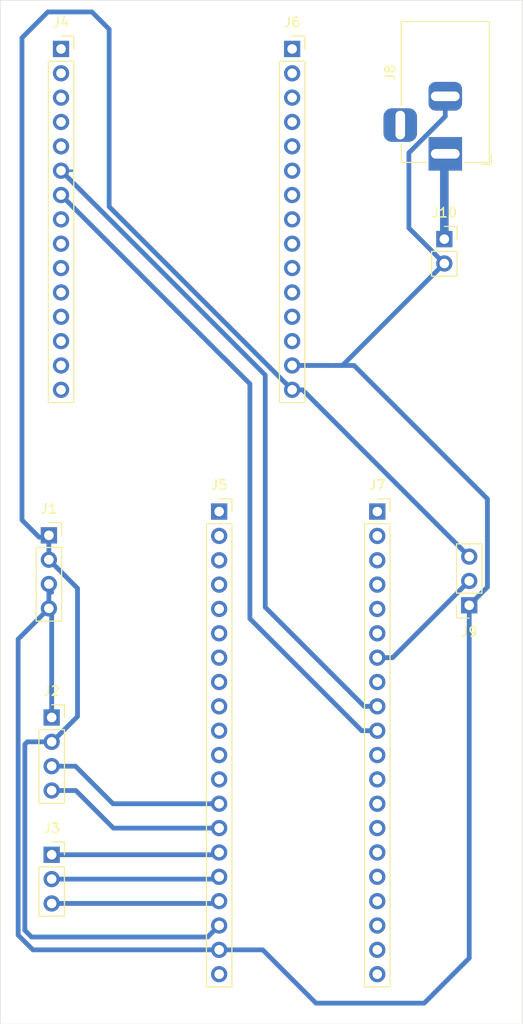
<source format=kicad_pcb>
(kicad_pcb (version 20211014) (generator pcbnew)
  (title_block (date "2022-03-31") (rev "v01") (comment 3 "co: Brian Mugambi") (comment 4 "Author: Leehaney George"))
  (layers (0 "F.Cu" signal) (31 "B.Cu" signal) (34 "B.Paste" user) (35 "F.Paste" user) (36 "B.SilkS" user "B.Silkscreen") (37 "F.SilkS" user "F.Silkscreen") (38 "B.Mask" user) (39 "F.Mask" user) (44 "Edge.Cuts" user))
  (net 0 "")
  (net 1 "/GND")
  (net 2 "/5V")
  (net 3 "/ENA")
  (net 4 "/ENB")
  (net 5 "/ENAB")
  (net 6 "/IN1")
  (net 7 "/IN2")
  (net 8 "/A2")
  (net 9 "/A3")
  (net 10 "/A0")
  (net 11 "/12V")
  (footprint "Connector_PinSocket_2.54mm:PinSocket_1x15_P2.54mm_Vertical" (layer "F.Cu") (at 81.28 35.56)
    (fp_text reference "J4" (at 0 -2.77) (layer "F.SilkS"))
    (fp_text value "Left_esp32")
    (fp_line (start -1.33 36.89) (end 1.33 36.89) (layer "F.SilkS") (width 0.12))
    (fp_line (start 1.33 -1.33) (end 1.33 0) (layer "F.SilkS") (width 0.12))
    (fp_line (start 0 -1.33) (end 1.33 -1.33) (layer "F.SilkS") (width 0.12))
    (fp_line (start -1.33 1.27) (end -1.33 36.89) (layer "F.SilkS") (width 0.12))
    (fp_line (start -1.33 1.27) (end 1.33 1.27) (layer "F.SilkS") (width 0.12))
    (fp_line (start 1.33 1.27) (end 1.33 36.89) (layer "F.SilkS") (width 0.12))
    (pad "1" thru_hole rect locked (at 0 0) (size 1.7 1.7) (drill 1) (layers *.Cu *.Mask))
    (pad "2" thru_hole oval locked (at 0 2.54) (size 1.7 1.7) (drill 1) (layers *.Cu *.Mask))
    (pad "3" thru_hole oval locked (at 0 5.08) (size 1.7 1.7) (drill 1) (layers *.Cu *.Mask))
    (pad "4" thru_hole oval locked (at 0 7.62) (size 1.7 1.7) (drill 1) (layers *.Cu *.Mask))
    (pad "5" thru_hole oval locked (at 0 10.16) (size 1.7 1.7) (drill 1) (layers *.Cu *.Mask))
    (pad "6" thru_hole oval locked (at 0 12.7) (size 1.7 1.7) (drill 1) (layers *.Cu *.Mask) (net 8 "/A2"))
    (pad "7" thru_hole oval locked (at 0 15.24) (size 1.7 1.7) (drill 1) (layers *.Cu *.Mask) (net 9 "/A3"))
    (pad "8" thru_hole oval locked (at 0 17.78) (size 1.7 1.7) (drill 1) (layers *.Cu *.Mask))
    (pad "9" thru_hole oval locked (at 0 20.32) (size 1.7 1.7) (drill 1) (layers *.Cu *.Mask))
    (pad "10" thru_hole oval locked (at 0 22.86) (size 1.7 1.7) (drill 1) (layers *.Cu *.Mask))
    (pad "11" thru_hole oval locked (at 0 25.4) (size 1.7 1.7) (drill 1) (layers *.Cu *.Mask))
    (pad "12" thru_hole oval locked (at 0 27.94) (size 1.7 1.7) (drill 1) (layers *.Cu *.Mask))
    (pad "13" thru_hole oval locked (at 0 30.48) (size 1.7 1.7) (drill 1) (layers *.Cu *.Mask))
    (pad "14" thru_hole oval locked (at 0 33.02) (size 1.7 1.7) (drill 1) (layers *.Cu *.Mask))
    (pad "15" thru_hole oval locked (at 0 35.56) (size 1.7 1.7) (drill 1) (layers *.Cu *.Mask))
  )
  (footprint "Connector_PinSocket_2.54mm:PinSocket_1x15_P2.54mm_Vertical" (layer "F.Cu") (at 105.41 35.56)
    (fp_text reference "J6" (at 0 -2.77) (layer "F.SilkS"))
    (fp_text value "Right_esp32")
    (fp_line (start -1.33 1.27) (end -1.33 36.89) (layer "F.SilkS") (width 0.12))
    (fp_line (start 1.33 1.27) (end 1.33 36.89) (layer "F.SilkS") (width 0.12))
    (fp_line (start 0 -1.33) (end 1.33 -1.33) (layer "F.SilkS") (width 0.12))
    (fp_line (start 1.33 -1.33) (end 1.33 0) (layer "F.SilkS") (width 0.12))
    (fp_line (start -1.33 1.27) (end 1.33 1.27) (layer "F.SilkS") (width 0.12))
    (fp_line (start -1.33 36.89) (end 1.33 36.89) (layer "F.SilkS") (width 0.12))
    (pad "1" thru_hole rect locked (at 0 0) (size 1.7 1.7) (drill 1) (layers *.Cu *.Mask))
    (pad "2" thru_hole oval locked (at 0 2.54) (size 1.7 1.7) (drill 1) (layers *.Cu *.Mask))
    (pad "3" thru_hole oval locked (at 0 5.08) (size 1.7 1.7) (drill 1) (layers *.Cu *.Mask))
    (pad "4" thru_hole oval locked (at 0 7.62) (size 1.7 1.7) (drill 1) (layers *.Cu *.Mask))
    (pad "5" thru_hole oval locked (at 0 10.16) (size 1.7 1.7) (drill 1) (layers *.Cu *.Mask))
    (pad "6" thru_hole oval locked (at 0 12.7) (size 1.7 1.7) (drill 1) (layers *.Cu *.Mask))
    (pad "7" thru_hole oval locked (at 0 15.24) (size 1.7 1.7) (drill 1) (layers *.Cu *.Mask))
    (pad "8" thru_hole oval locked (at 0 17.78) (size 1.7 1.7) (drill 1) (layers *.Cu *.Mask))
    (pad "9" thru_hole oval locked (at 0 20.32) (size 1.7 1.7) (drill 1) (layers *.Cu *.Mask))
    (pad "10" thru_hole oval locked (at 0 22.86) (size 1.7 1.7) (drill 1) (layers *.Cu *.Mask))
    (pad "11" thru_hole oval locked (at 0 25.4) (size 1.7 1.7) (drill 1) (layers *.Cu *.Mask))
    (pad "12" thru_hole oval locked (at 0 27.94) (size 1.7 1.7) (drill 1) (layers *.Cu *.Mask))
    (pad "13" thru_hole oval locked (at 0 30.48) (size 1.7 1.7) (drill 1) (layers *.Cu *.Mask))
    (pad "14" thru_hole oval locked (at 0 33.02) (size 1.7 1.7) (drill 1) (layers *.Cu *.Mask) (net 1 "/GND"))
    (pad "15" thru_hole oval locked (at 0 35.56) (size 1.7 1.7) (drill 1) (layers *.Cu *.Mask) (net 2 "/5V"))
  )
  (footprint "Connector_BarrelJack:BarrelJack_Horizontal" (layer "F.Cu") (at 121.4 46.5 -90)
    (fp_text reference "J8" (at -8.45 5.75 90) (layer "F.SilkS"))
    (fp_text value "Barrel_Jack")
    (fp_line (start 0.9 4.6) (end -1 4.6) (layer "F.SilkS") (width 0.12))
    (fp_line (start 0.9 1.9) (end 0.9 4.6) (layer "F.SilkS") (width 0.12))
    (fp_line (start 0.05 -4.8) (end 1.1 -4.8) (layer "F.SilkS") (width 0.12))
    (fp_line (start -13.8 4.6) (end -13.8 -4.6) (layer "F.SilkS") (width 0.12))
    (fp_line (start 1.1 -3.75) (end 1.1 -4.8) (layer "F.SilkS") (width 0.12))
    (fp_line (start -13.8 -4.6) (end 0.9 -4.6) (layer "F.SilkS") (width 0.12))
    (fp_line (start 0.9 -4.6) (end 0.9 -2) (layer "F.SilkS") (width 0.12))
    (fp_line (start -5 4.6) (end -13.8 4.6) (layer "F.SilkS") (width 0.12))
    (pad "1" thru_hole rect (at 0 0 270) (size 3.5 3.5) (drill oval 1 3) (layers *.Cu *.Mask) (net 11 "/12V"))
    (pad "2" thru_hole roundrect (at -6 0 270) (size 3 3.5) (drill oval 1 3) (layers *.Cu *.Mask) (net 1 "/GND"))
    (pad "3" thru_hole roundrect (at -3 4.7 270) (size 3.5 3.5) (drill oval 3 1) (layers *.Cu *.Mask))
  )
  (footprint "Connector_PinSocket_2.54mm:PinSocket_1x02_P2.54mm_Vertical" (layer "F.Cu") (at 121.3 55.4)
    (fp_text reference "J10" (at 0 -2.77) (layer "F.SilkS"))
    (fp_text value "12V_SOURCE")
    (fp_line (start 1.33 -1.33) (end 1.33 0) (layer "F.SilkS") (width 0.12))
    (fp_line (start -1.33 1.27) (end -1.33 3.87) (layer "F.SilkS") (width 0.12))
    (fp_line (start -1.33 3.87) (end 1.33 3.87) (layer "F.SilkS") (width 0.12))
    (fp_line (start -1.33 1.27) (end 1.33 1.27) (layer "F.SilkS") (width 0.12))
    (fp_line (start 0 -1.33) (end 1.33 -1.33) (layer "F.SilkS") (width 0.12))
    (fp_line (start 1.33 1.27) (end 1.33 3.87) (layer "F.SilkS") (width 0.12))
    (pad "1" thru_hole rect locked (at 0 0) (size 1.7 1.7) (drill 1) (layers *.Cu *.Mask) (net 11 "/12V"))
    (pad "2" thru_hole oval locked (at 0 2.54) (size 1.7 1.7) (drill 1) (layers *.Cu *.Mask) (net 1 "/GND"))
  )
  (footprint "Connector_PinSocket_2.54mm:PinSocket_1x20_P2.54mm_Vertical" (layer "F.Cu") (at 114.3 83.82)
    (fp_text reference "J7" (at 0 -2.77) (layer "F.SilkS"))
    (fp_text value "right_stm32")
    (fp_line (start -1.33 1.27) (end 1.33 1.27) (layer "F.SilkS") (width 0.12))
    (fp_line (start 0 -1.33) (end 1.33 -1.33) (layer "F.SilkS") (width 0.12))
    (fp_line (start -1.33 49.59) (end 1.33 49.59) (layer "F.SilkS") (width 0.12))
    (fp_line (start 1.33 1.27) (end 1.33 49.59) (layer "F.SilkS") (width 0.12))
    (fp_line (start 1.33 -1.33) (end 1.33 0) (layer "F.SilkS") (width 0.12))
    (fp_line (start -1.33 1.27) (end -1.33 49.59) (layer "F.SilkS") (width 0.12))
    (pad "1" thru_hole rect locked (at 0 0) (size 1.7 1.7) (drill 1) (layers *.Cu *.Mask))
    (pad "2" thru_hole oval locked (at 0 2.54) (size 1.7 1.7) (drill 1) (layers *.Cu *.Mask))
    (pad "3" thru_hole oval locked (at 0 5.08) (size 1.7 1.7) (drill 1) (layers *.Cu *.Mask))
    (pad "4" thru_hole oval locked (at 0 7.62) (size 1.7 1.7) (drill 1) (layers *.Cu *.Mask))
    (pad "5" thru_hole oval locked (at 0 10.16) (size 1.7 1.7) (drill 1) (layers *.Cu *.Mask))
    (pad "6" thru_hole oval locked (at 0 12.7) (size 1.7 1.7) (drill 1) (layers *.Cu *.Mask))
    (pad "7" thru_hole oval locked (at 0 15.24) (size 1.7 1.7) (drill 1) (layers *.Cu *.Mask) (net 10 "/A0"))
    (pad "8" thru_hole oval locked (at 0 17.78) (size 1.7 1.7) (drill 1) (layers *.Cu *.Mask))
    (pad "9" thru_hole oval locked (at 0 20.32) (size 1.7 1.7) (drill 1) (layers *.Cu *.Mask) (net 8 "/A2"))
    (pad "10" thru_hole oval locked (at 0 22.86) (size 1.7 1.7) (drill 1) (layers *.Cu *.Mask) (net 9 "/A3"))
    (pad "11" thru_hole oval locked (at 0 25.4) (size 1.7 1.7) (drill 1) (layers *.Cu *.Mask))
    (pad "12" thru_hole oval locked (at 0 27.94) (size 1.7 1.7) (drill 1) (layers *.Cu *.Mask))
    (pad "13" thru_hole oval locked (at 0 30.48) (size 1.7 1.7) (drill 1) (layers *.Cu *.Mask))
    (pad "14" thru_hole oval locked (at 0 33.02) (size 1.7 1.7) (drill 1) (layers *.Cu *.Mask))
    (pad "15" thru_hole oval locked (at 0 35.56) (size 1.7 1.7) (drill 1) (layers *.Cu *.Mask))
    (pad "16" thru_hole oval locked (at 0 38.1) (size 1.7 1.7) (drill 1) (layers *.Cu *.Mask))
    (pad "17" thru_hole oval locked (at 0 40.64) (size 1.7 1.7) (drill 1) (layers *.Cu *.Mask))
    (pad "18" thru_hole oval locked (at 0 43.18) (size 1.7 1.7) (drill 1) (layers *.Cu *.Mask))
    (pad "19" thru_hole oval locked (at 0 45.72) (size 1.7 1.7) (drill 1) (layers *.Cu *.Mask))
    (pad "20" thru_hole oval locked (at 0 48.26) (size 1.7 1.7) (drill 1) (layers *.Cu *.Mask))
  )
  (footprint "Connector_PinSocket_2.54mm:PinSocket_1x04_P2.54mm_Vertical" (layer "F.Cu") (at 80.01 86.3)
    (fp_text reference "J1" (at 0 -2.77) (layer "F.SilkS"))
    (fp_text value "POWER")
    (fp_line (start -1.33 1.27) (end -1.33 8.95) (layer "F.SilkS") (width 0.12))
    (fp_line (start -1.33 1.27) (end 1.33 1.27) (layer "F.SilkS") (width 0.12))
    (fp_line (start 1.33 1.27) (end 1.33 8.95) (layer "F.SilkS") (width 0.12))
    (fp_line (start -1.33 8.95) (end 1.33 8.95) (layer "F.SilkS") (width 0.12))
    (fp_line (start 0 -1.33) (end 1.33 -1.33) (layer "F.SilkS") (width 0.12))
    (fp_line (start 1.33 -1.33) (end 1.33 0) (layer "F.SilkS") (width 0.12))
    (pad "1" thru_hole rect locked (at 0 0) (size 1.7 1.7) (drill 1) (layers *.Cu *.Mask) (net 2 "/5V"))
    (pad "2" thru_hole oval locked (at 0 2.54) (size 1.7 1.7) (drill 1) (layers *.Cu *.Mask) (net 2 "/5V"))
    (pad "3" thru_hole oval locked (at 0 5.08) (size 1.7 1.7) (drill 1) (layers *.Cu *.Mask) (net 1 "/GND"))
    (pad "4" thru_hole oval locked (at 0 7.62) (size 1.7 1.7) (drill 1) (layers *.Cu *.Mask) (net 1 "/GND"))
  )
  (footprint "Connector_PinSocket_2.54mm:PinSocket_1x03_P2.54mm_Vertical" (layer "F.Cu") (at 123.9 93.6 180)
    (fp_text reference "J9" (at 0 -2.77) (layer "F.SilkS"))
    (fp_text value "current_sensor")
    (fp_line (start 1.33 -1.33) (end 1.33 0) (layer "F.SilkS") (width 0.12))
    (fp_line (start -1.33 6.41) (end 1.33 6.41) (layer "F.SilkS") (width 0.12))
    (fp_line (start 1.33 1.27) (end 1.33 6.41) (layer "F.SilkS") (width 0.12))
    (fp_line (start 0 -1.33) (end 1.33 -1.33) (layer "F.SilkS") (width 0.12))
    (fp_line (start -1.33 1.27) (end 1.33 1.27) (layer "F.SilkS") (width 0.12))
    (fp_line (start -1.33 1.27) (end -1.33 6.41) (layer "F.SilkS") (width 0.12))
    (pad "1" thru_hole rect locked (at 0 0 180) (size 1.7 1.7) (drill 1) (layers *.Cu *.Mask) (net 1 "/GND"))
    (pad "2" thru_hole oval locked (at 0 2.54 180) (size 1.7 1.7) (drill 1) (layers *.Cu *.Mask) (net 10 "/A0"))
    (pad "3" thru_hole oval locked (at 0 5.08 180) (size 1.7 1.7) (drill 1) (layers *.Cu *.Mask) (net 2 "/5V"))
  )
  (footprint "Connector_PinSocket_2.54mm:PinSocket_1x03_P2.54mm_Vertical" (layer "F.Cu") (at 80.3 119.62)
    (fp_text reference "J3" (at 0 -2.77) (layer "F.SilkS"))
    (fp_text value "Motor_driver")
    (fp_line (start -1.33 6.41) (end 1.33 6.41) (layer "F.SilkS") (width 0.12))
    (fp_line (start -1.33 1.27) (end -1.33 6.41) (layer "F.SilkS") (width 0.12))
    (fp_line (start 1.33 -1.33) (end 1.33 0) (layer "F.SilkS") (width 0.12))
    (fp_line (start 0 -1.33) (end 1.33 -1.33) (layer "F.SilkS") (width 0.12))
    (fp_line (start 1.33 1.27) (end 1.33 6.41) (layer "F.SilkS") (width 0.12))
    (fp_line (start -1.33 1.27) (end 1.33 1.27) (layer "F.SilkS") (width 0.12))
    (pad "1" thru_hole rect locked (at 0 0) (size 1.7 1.7) (drill 1) (layers *.Cu *.Mask) (net 5 "/ENAB"))
    (pad "2" thru_hole oval locked (at 0 2.54) (size 1.7 1.7) (drill 1) (layers *.Cu *.Mask) (net 6 "/IN1"))
    (pad "3" thru_hole oval locked (at 0 5.08) (size 1.7 1.7) (drill 1) (layers *.Cu *.Mask) (net 7 "/IN2"))
  )
  (footprint "Connector_PinSocket_2.54mm:PinSocket_1x20_P2.54mm_Vertical" (layer "F.Cu") (at 97.79 83.82)
    (fp_text reference "J5" (at 0 -2.77) (layer "F.SilkS"))
    (fp_text value "left_stm32")
    (fp_line (start 1.33 1.27) (end 1.33 49.59) (layer "F.SilkS") (width 0.12))
    (fp_line (start -1.33 1.27) (end 1.33 1.27) (layer "F.SilkS") (width 0.12))
    (fp_line (start -1.33 49.59) (end 1.33 49.59) (layer "F.SilkS") (width 0.12))
    (fp_line (start 1.33 -1.33) (end 1.33 0) (layer "F.SilkS") (width 0.12))
    (fp_line (start -1.33 1.27) (end -1.33 49.59) (layer "F.SilkS") (width 0.12))
    (fp_line (start 0 -1.33) (end 1.33 -1.33) (layer "F.SilkS") (width 0.12))
    (pad "1" thru_hole rect locked (at 0 0) (size 1.7 1.7) (drill 1) (layers *.Cu *.Mask))
    (pad "2" thru_hole oval locked (at 0 2.54) (size 1.7 1.7) (drill 1) (layers *.Cu *.Mask))
    (pad "3" thru_hole oval locked (at 0 5.08) (size 1.7 1.7) (drill 1) (layers *.Cu *.Mask))
    (pad "4" thru_hole oval locked (at 0 7.62) (size 1.7 1.7) (drill 1) (layers *.Cu *.Mask))
    (pad "5" thru_hole oval locked (at 0 10.16) (size 1.7 1.7) (drill 1) (layers *.Cu *.Mask))
    (pad "6" thru_hole oval locked (at 0 12.7) (size 1.7 1.7) (drill 1) (layers *.Cu *.Mask))
    (pad "7" thru_hole oval locked (at 0 15.24) (size 1.7 1.7) (drill 1) (layers *.Cu *.Mask))
    (pad "8" thru_hole oval locked (at 0 17.78) (size 1.7 1.7) (drill 1) (layers *.Cu *.Mask))
    (pad "9" thru_hole oval locked (at 0 20.32) (size 1.7 1.7) (drill 1) (layers *.Cu *.Mask))
    (pad "10" thru_hole oval locked (at 0 22.86) (size 1.7 1.7) (drill 1) (layers *.Cu *.Mask))
    (pad "11" thru_hole oval locked (at 0 25.4) (size 1.7 1.7) (drill 1) (layers *.Cu *.Mask))
    (pad "12" thru_hole oval locked (at 0 27.94) (size 1.7 1.7) (drill 1) (layers *.Cu *.Mask))
    (pad "13" thru_hole oval locked (at 0 30.48) (size 1.7 1.7) (drill 1) (layers *.Cu *.Mask) (net 3 "/ENA"))
    (pad "14" thru_hole oval locked (at 0 33.02) (size 1.7 1.7) (drill 1) (layers *.Cu *.Mask) (net 4 "/ENB"))
    (pad "15" thru_hole oval locked (at 0 35.56) (size 1.7 1.7) (drill 1) (layers *.Cu *.Mask) (net 5 "/ENAB"))
    (pad "16" thru_hole oval locked (at 0 38.1) (size 1.7 1.7) (drill 1) (layers *.Cu *.Mask) (net 6 "/IN1"))
    (pad "17" thru_hole oval locked (at 0 40.64) (size 1.7 1.7) (drill 1) (layers *.Cu *.Mask) (net 7 "/IN2"))
    (pad "18" thru_hole oval locked (at 0 43.18) (size 1.7 1.7) (drill 1) (layers *.Cu *.Mask) (net 2 "/5V"))
    (pad "19" thru_hole oval locked (at 0 45.72) (size 1.7 1.7) (drill 1) (layers *.Cu *.Mask) (net 1 "/GND"))
    (pad "20" thru_hole oval locked (at 0 48.26) (size 1.7 1.7) (drill 1) (layers *.Cu *.Mask))
  )
  (footprint "Connector_PinSocket_2.54mm:PinSocket_1x04_P2.54mm_Vertical" (layer "F.Cu") (at 80.3 105.3)
    (fp_text reference "J2" (at 0 -2.77) (layer "F.SilkS"))
    (fp_text value "ENCODER")
    (fp_line (start -1.33 1.27) (end 1.33 1.27) (layer "F.SilkS") (width 0.12))
    (fp_line (start -1.33 8.95) (end 1.33 8.95) (layer "F.SilkS") (width 0.12))
    (fp_line (start 1.33 -1.33) (end 1.33 0) (layer "F.SilkS") (width 0.12))
    (fp_line (start 0 -1.33) (end 1.33 -1.33) (layer "F.SilkS") (width 0.12))
    (fp_line (start 1.33 1.27) (end 1.33 8.95) (layer "F.SilkS") (width 0.12))
    (fp_line (start -1.33 1.27) (end -1.33 8.95) (layer "F.SilkS") (width 0.12))
    (pad "1" thru_hole rect locked (at 0 0) (size 1.7 1.7) (drill 1) (layers *.Cu *.Mask) (net 1 "/GND"))
    (pad "2" thru_hole oval locked (at 0 2.54) (size 1.7 1.7) (drill 1) (layers *.Cu *.Mask) (net 2 "/5V"))
    (pad "3" thru_hole oval locked (at 0 5.08) (size 1.7 1.7) (drill 1) (layers *.Cu *.Mask) (net 3 "/ENA"))
    (pad "4" thru_hole oval locked (at 0 7.62) (size 1.7 1.7) (drill 1) (layers *.Cu *.Mask) (net 4 "/ENB"))
  )
  (gr_line (start 74.93 30.48) (end 129.43 30.48) (layer "Edge.Cuts") (width 0.05))
  (gr_line (start 74.93 137.28) (end 129.43 137.28) (layer "Edge.Cuts") (width 0.05))
  (gr_line (start 74.93 30.48) (end 74.93 137.28) (layer "Edge.Cuts") (width 0.05))
  (gr_line (start 129.43 30.48) (end 129.43 137.28) (layer "Edge.Cuts") (width 0.05))
  (segment (start 109.92 68.58) (end 111.88 68.58) (width 0.5) (layer "B.Cu") (net 1))
  (segment (start 125.8 91.7) (end 123.9 93.6) (width 0.5) (layer "B.Cu") (net 1))
  (segment (start 79.756 105.156) (end 80.01 105.41) (width 0.25) (layer "B.Cu") (net 1))
  (segment (start 117.6 46.4) (end 117.6 54.24) (width 0.5) (layer "B.Cu") (net 1))
  (segment (start 107.9 135.1) (end 102.34 129.54) (width 0.5) (layer "B.Cu") (net 1))
  (segment (start 119.2 135.1) (end 107.9 135.1) (width 0.5) (layer "B.Cu") (net 1))
  (segment (start 125.8 82.5) (end 125.8 91.7) (width 0.5) (layer "B.Cu") (net 1))
  (segment (start 80.3 105.3) (end 80.3 94.21) (width 0.5) (layer "B.Cu") (net 1))
  (segment (start 121.3 57.94) (end 110.66 68.58) (width 0.5) (layer "B.Cu") (net 1))
  (segment (start 111.88 68.58) (end 125.8 82.5) (width 0.5) (layer "B.Cu") (net 1))
  (segment (start 123.9 130.4) (end 119.2 135.1) (width 0.5) (layer "B.Cu") (net 1))
  (segment (start 121.4 40.7) (end 121.4 42.6) (width 0.5) (layer "B.Cu") (net 1))
  (segment (start 76.80048 128.00048) (end 78.34 129.54) (width 0.5) (layer "B.Cu") (net 1))
  (segment (start 80.3 94.21) (end 80.01 93.92) (width 0.5) (layer "B.Cu") (net 1))
  (segment (start 97.536 129.286) (end 97.79 129.54) (width 0.25) (layer "B.Cu") (net 1))
  (segment (start 78.34 129.54) (end 97.79 129.54) (width 0.5) (layer "B.Cu") (net 1))
  (segment (start 117.6 54.24) (end 121.3 57.94) (width 0.5) (layer "B.Cu") (net 1))
  (segment (start 110.66 68.58) (end 109.92 68.58) (width 0.5) (layer "B.Cu") (net 1))
  (segment (start 123.9 93.6) (end 123.9 130.4) (width 0.5) (layer "B.Cu") (net 1))
  (segment (start 76.80048 128.00048) (end 76.80048 97.12952) (width 0.5) (layer "B.Cu") (net 1))
  (segment (start 121.4 42.6) (end 117.6 46.4) (width 0.5) (layer "B.Cu") (net 1))
  (segment (start 102.34 129.54) (end 97.79 129.54) (width 0.5) (layer "B.Cu") (net 1))
  (segment (start 105.41 68.58) (end 109.92 68.58) (width 0.5) (layer "B.Cu") (net 1))
  (segment (start 80.01 93.92) (end 80.01 91.38) (width 0.5) (layer "B.Cu") (net 1))
  (segment (start 109.22 68.58) (end 105.41 68.58) (width 0.5) (layer "B.Cu") (net 1))
  (segment (start 80.3 92.238) (end 80.01 91.948) (width 0.5) (layer "B.Cu") (net 1))
  (segment (start 76.80048 97.12952) (end 80.01 93.92) (width 0.5) (layer "B.Cu") (net 1))
  (segment (start 79.9 31.7) (end 77.2 34.4) (width 0.5) (layer "B.Cu") (net 2))
  (segment (start 96.59 128.2) (end 97.79 127) (width 0.5) (layer "B.Cu") (net 2))
  (segment (start 77.5 108.1) (end 77.5 127.5) (width 0.5) (layer "B.Cu") (net 2))
  (segment (start 78.2 128.2) (end 96.59 128.2) (width 0.5) (layer "B.Cu") (net 2))
  (segment (start 77.2 34.4) (end 77.2 84.7) (width 0.5) (layer "B.Cu") (net 2))
  (segment (start 80.359022 107.84) (end 77.76 107.84) (width 0.5) (layer "B.Cu") (net 2))
  (segment (start 77.76 107.84) (end 77.5 108.1) (width 0.5) (layer "B.Cu") (net 2))
  (segment (start 83 105.199022) (end 80.359022 107.84) (width 0.5) (layer "B.Cu") (net 2))
  (segment (start 79.81 86.5) (end 80.01 86.3) (width 0.5) (layer "B.Cu") (net 2))
  (segment (start 105.41 71.12) (end 86.3 52.01) (width 0.5) (layer "B.Cu") (net 2))
  (segment (start 86.3 52.01) (end 86.3 33.5) (width 0.5) (layer "B.Cu") (net 2))
  (segment (start 84.5 31.7) (end 79.9 31.7) (width 0.5) (layer "B.Cu") (net 2))
  (segment (start 106.5 71.12) (end 105.41 71.12) (width 0.5) (layer "B.Cu") (net 2))
  (segment (start 77.5 127.5) (end 78.2 128.2) (width 0.5) (layer "B.Cu") (net 2))
  (segment (start 86.3 33.5) (end 84.5 31.7) (width 0.5) (layer "B.Cu") (net 2))
  (segment (start 123.9 88.52) (end 106.5 71.12) (width 0.5) (layer "B.Cu") (net 2))
  (segment (start 79 86.5) (end 79.81 86.5) (width 0.5) (layer "B.Cu") (net 2))
  (segment (start 80.01 88.84) (end 83 91.83) (width 0.5) (layer "B.Cu") (net 2))
  (segment (start 83 91.83) (end 83 105.199022) (width 0.5) (layer "B.Cu") (net 2))
  (segment (start 80.01 86.3) (end 80.01 88.84) (width 0.5) (layer "B.Cu") (net 2))
  (segment (start 77.2 84.7) (end 79 86.5) (width 0.5) (layer "B.Cu") (net 2))
  (segment (start 86.7 114.3) (end 97.79 114.3) (width 0.5) (layer "B.Cu") (net 3))
  (segment (start 80.3 110.38) (end 82.78 110.38) (width 0.5) (layer "B.Cu") (net 3))
  (segment (start 82.78 110.38) (end 86.7 114.3) (width 0.5) (layer "B.Cu") (net 3))
  (segment (start 86.74 116.84) (end 97.79 116.84) (width 0.5) (layer "B.Cu") (net 4))
  (segment (start 80.3 112.92) (end 82.82 112.92) (width 0.5) (layer "B.Cu") (net 4))
  (segment (start 82.82 112.92) (end 86.74 116.84) (width 0.5) (layer "B.Cu") (net 4))
  (segment (start 80.3 119.62) (end 97.55 119.62) (width 0.5) (layer "B.Cu") (net 5))
  (segment (start 97.55 119.62) (end 97.79 119.38) (width 0.5) (layer "B.Cu") (net 5))
  (segment (start 97.55 122.16) (end 97.79 121.92) (width 0.5) (layer "B.Cu") (net 6))
  (segment (start 80.3 122.16) (end 97.55 122.16) (width 0.5) (layer "B.Cu") (net 6))
  (segment (start 97.536 122.174) (end 97.79 121.92) (width 0.25) (layer "B.Cu") (net 6))
  (segment (start 97.55 124.7) (end 97.79 124.46) (width 0.5) (layer "B.Cu") (net 7))
  (segment (start 80.3 124.7) (end 97.55 124.7) (width 0.5) (layer "B.Cu") (net 7))
  (segment (start 112.94 104.14) (end 114.3 104.14) (width 0.5) (layer "B.Cu") (net 8))
  (segment (start 102.6 93.8) (end 112.94 104.14) (width 0.5) (layer "B.Cu") (net 8))
  (segment (start 102.6 69.58) (end 102.6 93.8) (width 0.5) (layer "B.Cu") (net 8))
  (segment (start 81.28 48.26) (end 82.55 48.26) (width 0.25) (layer "B.Cu") (net 8))
  (segment (start 81.28 48.26) (end 102.6 69.58) (width 0.5) (layer "B.Cu") (net 8))
  (segment (start 98.230992 67.750992) (end 98.250992 67.750992) (width 0.5) (layer "B.Cu") (net 9))
  (segment (start 81.28 50.8) (end 98.230992 67.750992) (width 0.5) (layer "B.Cu") (net 9))
  (segment (start 98.250992 67.750992) (end 101 70.5) (width 0.5) (layer "B.Cu") (net 9))
  (segment (start 101 95) (end 112.68 106.68) (width 0.5) (layer "B.Cu") (net 9))
  (segment (start 112.68 106.68) (end 114.3 106.68) (width 0.5) (layer "B.Cu") (net 9))
  (segment (start 101 70.5) (end 101 95) (width 0.5) (layer "B.Cu") (net 9))
  (segment (start 115.9 99.06) (end 123.9 91.06) (width 0.5) (layer "B.Cu") (net 10))
  (segment (start 114.3 99.06) (end 115.9 99.06) (width 0.5) (layer "B.Cu") (net 10))
  (segment (start 114.3 99.06) (end 115.57 99.06) (width 0.5) (layer "B.Cu") (net 10))
  (segment (start 121.3 46.6) (end 121.4 46.5) (width 0.9) (layer "B.Cu") (net 11))
  (segment (start 121.3 55.4) (end 121.3 46.6) (width 0.9) (layer "B.Cu") (net 11))
)
</source>
